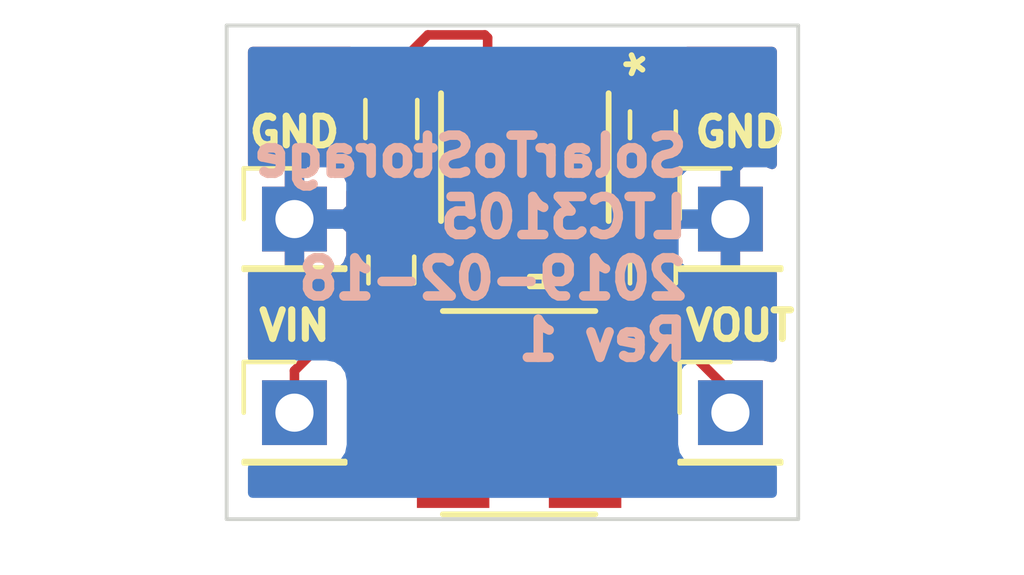
<source format=kicad_pcb>
(kicad_pcb (version 20171130) (host pcbnew "(5.0.1)-rc2")

  (general
    (thickness 1.6)
    (drawings 9)
    (tracks 43)
    (zones 0)
    (modules 10)
    (nets 7)
  )

  (page A4)
  (layers
    (0 F.Cu signal)
    (31 B.Cu signal)
    (32 B.Adhes user)
    (33 F.Adhes user)
    (34 B.Paste user)
    (35 F.Paste user)
    (36 B.SilkS user)
    (37 F.SilkS user)
    (38 B.Mask user)
    (39 F.Mask user)
    (40 Dwgs.User user)
    (41 Cmts.User user)
    (42 Eco1.User user)
    (43 Eco2.User user)
    (44 Edge.Cuts user)
    (45 Margin user)
    (46 B.CrtYd user)
    (47 F.CrtYd user)
    (48 B.Fab user)
    (49 F.Fab user)
  )

  (setup
    (last_trace_width 0.25)
    (trace_clearance 0.2)
    (zone_clearance 0.508)
    (zone_45_only no)
    (trace_min 0.2)
    (segment_width 0.2)
    (edge_width 0.1)
    (via_size 0.8)
    (via_drill 0.4)
    (via_min_size 0.4)
    (via_min_drill 0.3)
    (uvia_size 0.3)
    (uvia_drill 0.1)
    (uvias_allowed no)
    (uvia_min_size 0.2)
    (uvia_min_drill 0.1)
    (pcb_text_width 0.3)
    (pcb_text_size 1.5 1.5)
    (mod_edge_width 0.15)
    (mod_text_size 1 1)
    (mod_text_width 0.15)
    (pad_size 1.5 1.5)
    (pad_drill 0.6)
    (pad_to_mask_clearance 0)
    (solder_mask_min_width 0.25)
    (aux_axis_origin 0 0)
    (visible_elements 7FFFFFFF)
    (pcbplotparams
      (layerselection 0x010fc_ffffffff)
      (usegerberextensions false)
      (usegerberattributes false)
      (usegerberadvancedattributes false)
      (creategerberjobfile false)
      (excludeedgelayer true)
      (linewidth 0.100000)
      (plotframeref false)
      (viasonmask false)
      (mode 1)
      (useauxorigin false)
      (hpglpennumber 1)
      (hpglpenspeed 20)
      (hpglpendiameter 15.000000)
      (psnegative false)
      (psa4output false)
      (plotreference true)
      (plotvalue true)
      (plotinvisibletext false)
      (padsonsilk false)
      (subtractmaskfromsilk false)
      (outputformat 1)
      (mirror false)
      (drillshape 1)
      (scaleselection 1)
      (outputdirectory ""))
  )

  (net 0 "")
  (net 1 FBLDO_PROGRAMMING)
  (net 2 VIN)
  (net 3 VOUT)
  (net 4 AUX)
  (net 5 SW)
  (net 6 MPPC_PROGRAMMING)

  (net_class Default "This is the default net class."
    (clearance 0.2)
    (trace_width 0.25)
    (via_dia 0.8)
    (via_drill 0.4)
    (uvia_dia 0.3)
    (uvia_drill 0.1)
    (add_net AUX)
    (add_net FBLDO_PROGRAMMING)
    (add_net MPPC_PROGRAMMING)
    (add_net SW)
    (add_net VIN)
    (add_net VOUT)
  )

  (module Capacitors_SMD:C_0603_HandSoldering (layer F.Cu) (tedit 5C6B74F0) (tstamp 5C6C9A1F)
    (at 130.81 71.186 90)
    (descr "Capacitor SMD 0603, hand soldering")
    (tags "capacitor 0603")
    (path /5C69AFA8)
    (attr smd)
    (fp_text reference C2 (at 0 -1.25 90) (layer F.SilkS) hide
      (effects (font (size 1 1) (thickness 0.15)))
    )
    (fp_text value C_Small (at 0 1.5 90) (layer F.Fab)
      (effects (font (size 1 1) (thickness 0.15)))
    )
    (fp_text user %R (at 0 -1.25 90) (layer F.Fab)
      (effects (font (size 1 1) (thickness 0.15)))
    )
    (fp_line (start -0.8 0.4) (end -0.8 -0.4) (layer F.Fab) (width 0.1))
    (fp_line (start 0.8 0.4) (end -0.8 0.4) (layer F.Fab) (width 0.1))
    (fp_line (start 0.8 -0.4) (end 0.8 0.4) (layer F.Fab) (width 0.1))
    (fp_line (start -0.8 -0.4) (end 0.8 -0.4) (layer F.Fab) (width 0.1))
    (fp_line (start -0.35 -0.6) (end 0.35 -0.6) (layer F.SilkS) (width 0.12))
    (fp_line (start 0.35 0.6) (end -0.35 0.6) (layer F.SilkS) (width 0.12))
    (fp_line (start -1.8 -0.65) (end 1.8 -0.65) (layer F.CrtYd) (width 0.05))
    (fp_line (start -1.8 -0.65) (end -1.8 0.65) (layer F.CrtYd) (width 0.05))
    (fp_line (start 1.8 0.65) (end 1.8 -0.65) (layer F.CrtYd) (width 0.05))
    (fp_line (start 1.8 0.65) (end -1.8 0.65) (layer F.CrtYd) (width 0.05))
    (pad 1 smd rect (at -0.95 0 90) (size 1.2 0.75) (layers F.Cu F.Paste F.Mask)
      (net 2 VIN))
    (pad 2 smd rect (at 0.95 0 90) (size 1.2 0.75) (layers F.Cu F.Paste F.Mask)
      (net 1 FBLDO_PROGRAMMING))
    (model Capacitors_SMD.3dshapes/C_0603.wrl
      (at (xyz 0 0 0))
      (scale (xyz 1 1 1))
      (rotate (xyz 0 0 0))
    )
  )

  (module Capacitors_SMD:C_0603_HandSoldering (layer F.Cu) (tedit 5C6B74EA) (tstamp 5C6CAEA4)
    (at 137.668 71.186 90)
    (descr "Capacitor SMD 0603, hand soldering")
    (tags "capacitor 0603")
    (path /5C6A2531)
    (attr smd)
    (fp_text reference C3 (at 0 -1.25 90) (layer F.SilkS) hide
      (effects (font (size 1 1) (thickness 0.15)))
    )
    (fp_text value C_Small (at 0 1.5 90) (layer F.Fab)
      (effects (font (size 1 1) (thickness 0.15)))
    )
    (fp_line (start 1.8 0.65) (end -1.8 0.65) (layer F.CrtYd) (width 0.05))
    (fp_line (start 1.8 0.65) (end 1.8 -0.65) (layer F.CrtYd) (width 0.05))
    (fp_line (start -1.8 -0.65) (end -1.8 0.65) (layer F.CrtYd) (width 0.05))
    (fp_line (start -1.8 -0.65) (end 1.8 -0.65) (layer F.CrtYd) (width 0.05))
    (fp_line (start 0.35 0.6) (end -0.35 0.6) (layer F.SilkS) (width 0.12))
    (fp_line (start -0.35 -0.6) (end 0.35 -0.6) (layer F.SilkS) (width 0.12))
    (fp_line (start -0.8 -0.4) (end 0.8 -0.4) (layer F.Fab) (width 0.1))
    (fp_line (start 0.8 -0.4) (end 0.8 0.4) (layer F.Fab) (width 0.1))
    (fp_line (start 0.8 0.4) (end -0.8 0.4) (layer F.Fab) (width 0.1))
    (fp_line (start -0.8 0.4) (end -0.8 -0.4) (layer F.Fab) (width 0.1))
    (fp_text user %R (at 0 -1.25 90) (layer F.Fab)
      (effects (font (size 1 1) (thickness 0.15)))
    )
    (pad 2 smd rect (at 0.95 0 90) (size 1.2 0.75) (layers F.Cu F.Paste F.Mask)
      (net 1 FBLDO_PROGRAMMING))
    (pad 1 smd rect (at -0.95 0 90) (size 1.2 0.75) (layers F.Cu F.Paste F.Mask)
      (net 3 VOUT))
    (model Capacitors_SMD.3dshapes/C_0603.wrl
      (at (xyz 0 0 0))
      (scale (xyz 1 1 1))
      (rotate (xyz 0 0 0))
    )
  )

  (module Capacitors_SMD:C_0603_HandSoldering (layer F.Cu) (tedit 5C6B74E6) (tstamp 5C6C9A41)
    (at 137.668 67.376 90)
    (descr "Capacitor SMD 0603, hand soldering")
    (tags "capacitor 0603")
    (path /5C6A3CF1)
    (attr smd)
    (fp_text reference C4 (at 0 -1.25 90) (layer F.SilkS) hide
      (effects (font (size 1 1) (thickness 0.15)))
    )
    (fp_text value C_Small (at 0 1.5 90) (layer F.Fab)
      (effects (font (size 1 1) (thickness 0.15)))
    )
    (fp_text user %R (at 0 -1.25 90) (layer F.Fab)
      (effects (font (size 1 1) (thickness 0.15)))
    )
    (fp_line (start -0.8 0.4) (end -0.8 -0.4) (layer F.Fab) (width 0.1))
    (fp_line (start 0.8 0.4) (end -0.8 0.4) (layer F.Fab) (width 0.1))
    (fp_line (start 0.8 -0.4) (end 0.8 0.4) (layer F.Fab) (width 0.1))
    (fp_line (start -0.8 -0.4) (end 0.8 -0.4) (layer F.Fab) (width 0.1))
    (fp_line (start -0.35 -0.6) (end 0.35 -0.6) (layer F.SilkS) (width 0.12))
    (fp_line (start 0.35 0.6) (end -0.35 0.6) (layer F.SilkS) (width 0.12))
    (fp_line (start -1.8 -0.65) (end 1.8 -0.65) (layer F.CrtYd) (width 0.05))
    (fp_line (start -1.8 -0.65) (end -1.8 0.65) (layer F.CrtYd) (width 0.05))
    (fp_line (start 1.8 0.65) (end 1.8 -0.65) (layer F.CrtYd) (width 0.05))
    (fp_line (start 1.8 0.65) (end -1.8 0.65) (layer F.CrtYd) (width 0.05))
    (pad 1 smd rect (at -0.95 0 90) (size 1.2 0.75) (layers F.Cu F.Paste F.Mask)
      (net 4 AUX))
    (pad 2 smd rect (at 0.95 0 90) (size 1.2 0.75) (layers F.Cu F.Paste F.Mask)
      (net 1 FBLDO_PROGRAMMING))
    (model Capacitors_SMD.3dshapes/C_0603.wrl
      (at (xyz 0 0 0))
      (scale (xyz 1 1 1))
      (rotate (xyz 0 0 0))
    )
  )

  (module Socket_Strips:Socket_Strip_Straight_1x01_Pitch2.54mm (layer F.Cu) (tedit 5C6B74AA) (tstamp 5C6CA73F)
    (at 128.27 69.85)
    (descr "Through hole straight socket strip, 1x01, 2.54mm pitch, single row")
    (tags "Through hole socket strip THT 1x01 2.54mm single row")
    (path /5C6D70B7)
    (fp_text reference GND_EXTERNAL1 (at 0 -2.33) (layer F.SilkS) hide
      (effects (font (size 1 1) (thickness 0.15)))
    )
    (fp_text value Conn_01x01_Female (at 0 2.33) (layer F.Fab)
      (effects (font (size 1 1) (thickness 0.15)))
    )
    (fp_line (start -1.27 -1.27) (end -1.27 1.27) (layer F.Fab) (width 0.1))
    (fp_line (start -1.27 1.27) (end 1.27 1.27) (layer F.Fab) (width 0.1))
    (fp_line (start 1.27 1.27) (end 1.27 -1.27) (layer F.Fab) (width 0.1))
    (fp_line (start 1.27 -1.27) (end -1.27 -1.27) (layer F.Fab) (width 0.1))
    (fp_line (start -1.33 1.27) (end -1.33 1.33) (layer F.SilkS) (width 0.12))
    (fp_line (start -1.33 1.33) (end 1.33 1.33) (layer F.SilkS) (width 0.12))
    (fp_line (start 1.33 1.33) (end 1.33 1.27) (layer F.SilkS) (width 0.12))
    (fp_line (start 1.33 1.27) (end -1.33 1.27) (layer F.SilkS) (width 0.12))
    (fp_line (start -1.33 0) (end -1.33 -1.33) (layer F.SilkS) (width 0.12))
    (fp_line (start -1.33 -1.33) (end 0 -1.33) (layer F.SilkS) (width 0.12))
    (fp_line (start -1.8 -1.8) (end -1.8 1.8) (layer F.CrtYd) (width 0.05))
    (fp_line (start -1.8 1.8) (end 1.8 1.8) (layer F.CrtYd) (width 0.05))
    (fp_line (start 1.8 1.8) (end 1.8 -1.8) (layer F.CrtYd) (width 0.05))
    (fp_line (start 1.8 -1.8) (end -1.8 -1.8) (layer F.CrtYd) (width 0.05))
    (fp_text user %R (at 0 -2.33) (layer F.Fab)
      (effects (font (size 1 1) (thickness 0.15)))
    )
    (pad 1 thru_hole rect (at 0 0) (size 1.7 1.7) (drill 1) (layers *.Cu *.Mask)
      (net 1 FBLDO_PROGRAMMING))
    (model ${KISYS3DMOD}/Socket_Strips.3dshapes/Socket_Strip_Straight_1x01_Pitch2.54mm.wrl
      (at (xyz 0 0 0))
      (scale (xyz 1 1 1))
      (rotate (xyz 0 0 270))
    )
  )

  (module Socket_Strips:Socket_Strip_Straight_1x01_Pitch2.54mm (layer F.Cu) (tedit 5C6B74AE) (tstamp 5C6C9A69)
    (at 139.7 69.85)
    (descr "Through hole straight socket strip, 1x01, 2.54mm pitch, single row")
    (tags "Through hole socket strip THT 1x01 2.54mm single row")
    (path /5C6D505F)
    (fp_text reference GND_EXTERNAL2 (at 0 -2.33) (layer F.SilkS) hide
      (effects (font (size 1 1) (thickness 0.15)))
    )
    (fp_text value Conn_01x01_Female (at 0 2.33) (layer F.Fab)
      (effects (font (size 1 1) (thickness 0.15)))
    )
    (fp_text user %R (at 0 -2.33) (layer F.Fab)
      (effects (font (size 1 1) (thickness 0.15)))
    )
    (fp_line (start 1.8 -1.8) (end -1.8 -1.8) (layer F.CrtYd) (width 0.05))
    (fp_line (start 1.8 1.8) (end 1.8 -1.8) (layer F.CrtYd) (width 0.05))
    (fp_line (start -1.8 1.8) (end 1.8 1.8) (layer F.CrtYd) (width 0.05))
    (fp_line (start -1.8 -1.8) (end -1.8 1.8) (layer F.CrtYd) (width 0.05))
    (fp_line (start -1.33 -1.33) (end 0 -1.33) (layer F.SilkS) (width 0.12))
    (fp_line (start -1.33 0) (end -1.33 -1.33) (layer F.SilkS) (width 0.12))
    (fp_line (start 1.33 1.27) (end -1.33 1.27) (layer F.SilkS) (width 0.12))
    (fp_line (start 1.33 1.33) (end 1.33 1.27) (layer F.SilkS) (width 0.12))
    (fp_line (start -1.33 1.33) (end 1.33 1.33) (layer F.SilkS) (width 0.12))
    (fp_line (start -1.33 1.27) (end -1.33 1.33) (layer F.SilkS) (width 0.12))
    (fp_line (start 1.27 -1.27) (end -1.27 -1.27) (layer F.Fab) (width 0.1))
    (fp_line (start 1.27 1.27) (end 1.27 -1.27) (layer F.Fab) (width 0.1))
    (fp_line (start -1.27 1.27) (end 1.27 1.27) (layer F.Fab) (width 0.1))
    (fp_line (start -1.27 -1.27) (end -1.27 1.27) (layer F.Fab) (width 0.1))
    (pad 1 thru_hole rect (at 0 0) (size 1.7 1.7) (drill 1) (layers *.Cu *.Mask)
      (net 1 FBLDO_PROGRAMMING))
    (model ${KISYS3DMOD}/Socket_Strips.3dshapes/Socket_Strip_Straight_1x01_Pitch2.54mm.wrl
      (at (xyz 0 0 0))
      (scale (xyz 1 1 1))
      (rotate (xyz 0 0 270))
    )
  )

  (module CustomFootprintLibrary:coilcraft-MSS5131-103 (layer F.Cu) (tedit 5C6B6168) (tstamp 5C6C9A71)
    (at 134.16 74.93)
    (path /5C69E585)
    (fp_text reference L1 (at 0 3.429) (layer F.Fab)
      (effects (font (size 1 1) (thickness 0.15)))
    )
    (fp_text value L_Small (at 0 -3.302) (layer F.Fab)
      (effects (font (size 1 1) (thickness 0.15)))
    )
    (fp_line (start -2 -2.667) (end 2 -2.667) (layer F.SilkS) (width 0.15))
    (fp_line (start -2 2.667) (end 2 2.667) (layer F.SilkS) (width 0.15))
    (pad 1 smd rect (at -1.73 0) (size 1.9 5) (layers F.Cu F.Paste F.Mask)
      (net 2 VIN))
    (pad 2 smd rect (at 1.73 0) (size 1.9 5) (layers F.Cu F.Paste F.Mask)
      (net 5 SW))
  )

  (module Resistors_SMD:R_0603_HandSoldering (layer F.Cu) (tedit 5C6B74E0) (tstamp 5C6C9A82)
    (at 130.81 67.226 270)
    (descr "Resistor SMD 0603, hand soldering")
    (tags "resistor 0603")
    (path /5C63ECC8)
    (attr smd)
    (fp_text reference R3 (at 0 -1.45 270) (layer F.SilkS) hide
      (effects (font (size 1 1) (thickness 0.15)))
    )
    (fp_text value R_Small (at 0 1.55 270) (layer F.Fab)
      (effects (font (size 1 1) (thickness 0.15)))
    )
    (fp_line (start 1.95 0.7) (end -1.96 0.7) (layer F.CrtYd) (width 0.05))
    (fp_line (start 1.95 0.7) (end 1.95 -0.7) (layer F.CrtYd) (width 0.05))
    (fp_line (start -1.96 -0.7) (end -1.96 0.7) (layer F.CrtYd) (width 0.05))
    (fp_line (start -1.96 -0.7) (end 1.95 -0.7) (layer F.CrtYd) (width 0.05))
    (fp_line (start -0.5 -0.68) (end 0.5 -0.68) (layer F.SilkS) (width 0.12))
    (fp_line (start 0.5 0.68) (end -0.5 0.68) (layer F.SilkS) (width 0.12))
    (fp_line (start -0.8 -0.4) (end 0.8 -0.4) (layer F.Fab) (width 0.1))
    (fp_line (start 0.8 -0.4) (end 0.8 0.4) (layer F.Fab) (width 0.1))
    (fp_line (start 0.8 0.4) (end -0.8 0.4) (layer F.Fab) (width 0.1))
    (fp_line (start -0.8 0.4) (end -0.8 -0.4) (layer F.Fab) (width 0.1))
    (fp_text user %R (at 0 0 270) (layer F.Fab)
      (effects (font (size 0.4 0.4) (thickness 0.075)))
    )
    (pad 2 smd rect (at 1.1 0 270) (size 1.2 0.9) (layers F.Cu F.Paste F.Mask)
      (net 1 FBLDO_PROGRAMMING))
    (pad 1 smd rect (at -1.1 0 270) (size 1.2 0.9) (layers F.Cu F.Paste F.Mask)
      (net 6 MPPC_PROGRAMMING))
    (model ${KISYS3DMOD}/Resistors_SMD.3dshapes/R_0603.wrl
      (at (xyz 0 0 0))
      (scale (xyz 1 1 1))
      (rotate (xyz 0 0 0))
    )
  )

  (module CustomFootprintLibrary:LTC3105EMS-PBF (layer F.Cu) (tedit 5C6B74D6) (tstamp 5C6C9AED)
    (at 134.31012 68.2244 270)
    (tags MSOP-12_MS)
    (path /5C639012)
    (fp_text reference U1 (at 0 0 270) (layer F.SilkS) hide
      (effects (font (size 1 1) (thickness 0.15)))
    )
    (fp_text value LTC3105EMS-PBF (at 0 0 270) (layer F.SilkS) hide
      (effects (font (size 1 1) (thickness 0.15)))
    )
    (fp_text user "Copyright 2016 Accelerated Designs. All rights reserved." (at 0 0 270) (layer Cmts.User)
      (effects (font (size 0.127 0.127) (thickness 0.002)))
    )
    (fp_text user * (at -2.4384 -3.2004 270) (layer F.SilkS)
      (effects (font (size 1 1) (thickness 0.15)))
    )
    (fp_text user * (at -1.1684 -1.9939 270) (layer F.Fab)
      (effects (font (size 1 1) (thickness 0.15)))
    )
    (fp_line (start -1.5494 -1.4351) (end -1.5494 -1.8161) (layer F.Fab) (width 0.1524))
    (fp_line (start -1.5494 -1.8161) (end -2.5273 -1.8161) (layer F.Fab) (width 0.1524))
    (fp_line (start -2.5273 -1.8161) (end -2.5273 -1.4351) (layer F.Fab) (width 0.1524))
    (fp_line (start -2.5273 -1.4351) (end -1.5494 -1.4351) (layer F.Fab) (width 0.1524))
    (fp_line (start -1.5494 -0.78486) (end -1.5494 -1.16586) (layer F.Fab) (width 0.1524))
    (fp_line (start -1.5494 -1.16586) (end -2.5273 -1.16586) (layer F.Fab) (width 0.1524))
    (fp_line (start -2.5273 -1.16586) (end -2.5273 -0.78486) (layer F.Fab) (width 0.1524))
    (fp_line (start -2.5273 -0.78486) (end -1.5494 -0.78486) (layer F.Fab) (width 0.1524))
    (fp_line (start -1.5494 -0.13462) (end -1.5494 -0.51562) (layer F.Fab) (width 0.1524))
    (fp_line (start -1.5494 -0.51562) (end -2.5273 -0.51562) (layer F.Fab) (width 0.1524))
    (fp_line (start -2.5273 -0.51562) (end -2.5273 -0.13462) (layer F.Fab) (width 0.1524))
    (fp_line (start -2.5273 -0.13462) (end -1.5494 -0.13462) (layer F.Fab) (width 0.1524))
    (fp_line (start -1.5494 0.51562) (end -1.5494 0.13462) (layer F.Fab) (width 0.1524))
    (fp_line (start -1.5494 0.13462) (end -2.5273 0.13462) (layer F.Fab) (width 0.1524))
    (fp_line (start -2.5273 0.13462) (end -2.5273 0.51562) (layer F.Fab) (width 0.1524))
    (fp_line (start -2.5273 0.51562) (end -1.5494 0.51562) (layer F.Fab) (width 0.1524))
    (fp_line (start -1.5494 1.16586) (end -1.5494 0.78486) (layer F.Fab) (width 0.1524))
    (fp_line (start -1.5494 0.78486) (end -2.5273 0.78486) (layer F.Fab) (width 0.1524))
    (fp_line (start -2.5273 0.78486) (end -2.5273 1.16586) (layer F.Fab) (width 0.1524))
    (fp_line (start -2.5273 1.16586) (end -1.5494 1.16586) (layer F.Fab) (width 0.1524))
    (fp_line (start -1.5494 1.8161) (end -1.5494 1.4351) (layer F.Fab) (width 0.1524))
    (fp_line (start -1.5494 1.4351) (end -2.5273 1.4351) (layer F.Fab) (width 0.1524))
    (fp_line (start -2.5273 1.4351) (end -2.5273 1.8161) (layer F.Fab) (width 0.1524))
    (fp_line (start -2.5273 1.8161) (end -1.5494 1.8161) (layer F.Fab) (width 0.1524))
    (fp_line (start 1.5494 1.4351) (end 1.5494 1.8161) (layer F.Fab) (width 0.1524))
    (fp_line (start 1.5494 1.8161) (end 2.5273 1.8161) (layer F.Fab) (width 0.1524))
    (fp_line (start 2.5273 1.8161) (end 2.5273 1.4351) (layer F.Fab) (width 0.1524))
    (fp_line (start 2.5273 1.4351) (end 1.5494 1.4351) (layer F.Fab) (width 0.1524))
    (fp_line (start 1.5494 0.78486) (end 1.5494 1.16586) (layer F.Fab) (width 0.1524))
    (fp_line (start 1.5494 1.16586) (end 2.5273 1.16586) (layer F.Fab) (width 0.1524))
    (fp_line (start 2.5273 1.16586) (end 2.5273 0.78486) (layer F.Fab) (width 0.1524))
    (fp_line (start 2.5273 0.78486) (end 1.5494 0.78486) (layer F.Fab) (width 0.1524))
    (fp_line (start 1.5494 0.13462) (end 1.5494 0.51562) (layer F.Fab) (width 0.1524))
    (fp_line (start 1.5494 0.51562) (end 2.5273 0.51562) (layer F.Fab) (width 0.1524))
    (fp_line (start 2.5273 0.51562) (end 2.5273 0.13462) (layer F.Fab) (width 0.1524))
    (fp_line (start 2.5273 0.13462) (end 1.5494 0.13462) (layer F.Fab) (width 0.1524))
    (fp_line (start 1.5494 -0.51562) (end 1.5494 -0.13462) (layer F.Fab) (width 0.1524))
    (fp_line (start 1.5494 -0.13462) (end 2.5273 -0.13462) (layer F.Fab) (width 0.1524))
    (fp_line (start 2.5273 -0.13462) (end 2.5273 -0.51562) (layer F.Fab) (width 0.1524))
    (fp_line (start 2.5273 -0.51562) (end 1.5494 -0.51562) (layer F.Fab) (width 0.1524))
    (fp_line (start 1.5494 -1.16586) (end 1.5494 -0.78486) (layer F.Fab) (width 0.1524))
    (fp_line (start 1.5494 -0.78486) (end 2.5273 -0.78486) (layer F.Fab) (width 0.1524))
    (fp_line (start 2.5273 -0.78486) (end 2.5273 -1.16586) (layer F.Fab) (width 0.1524))
    (fp_line (start 2.5273 -1.16586) (end 1.5494 -1.16586) (layer F.Fab) (width 0.1524))
    (fp_line (start 1.5494 -1.8161) (end 1.5494 -1.4351) (layer F.Fab) (width 0.1524))
    (fp_line (start 1.5494 -1.4351) (end 2.5273 -1.4351) (layer F.Fab) (width 0.1524))
    (fp_line (start 2.5273 -1.4351) (end 2.5273 -1.8161) (layer F.Fab) (width 0.1524))
    (fp_line (start 2.5273 -1.8161) (end 1.5494 -1.8161) (layer F.Fab) (width 0.1524))
    (fp_line (start -1.6764 2.1971) (end 1.6764 2.1971) (layer F.SilkS) (width 0.1524))
    (fp_line (start 1.6764 -2.1971) (end -1.6764 -2.1971) (layer F.SilkS) (width 0.1524))
    (fp_line (start -1.5494 2.0701) (end 1.5494 2.0701) (layer F.Fab) (width 0.1524))
    (fp_line (start 1.5494 2.0701) (end 1.5494 -2.0701) (layer F.Fab) (width 0.1524))
    (fp_line (start 1.5494 -2.0701) (end -1.5494 -2.0701) (layer F.Fab) (width 0.1524))
    (fp_line (start -1.5494 -2.0701) (end -1.5494 2.0701) (layer F.Fab) (width 0.1524))
    (fp_line (start 3.3909 -0.51562) (end 3.3909 -0.13462) (layer F.SilkS) (width 0.1524))
    (fp_line (start 3.3909 -0.13462) (end 3.1369 -0.13462) (layer F.SilkS) (width 0.1524))
    (fp_line (start 3.1369 -0.13462) (end 3.1369 -0.51562) (layer F.SilkS) (width 0.1524))
    (fp_line (start 3.1369 -0.51562) (end 3.3909 -0.51562) (layer F.SilkS) (width 0.1524))
    (fp_line (start -3.1369 2.0955) (end -3.1369 -2.0955) (layer F.CrtYd) (width 0.1524))
    (fp_line (start -3.1369 -2.0955) (end -1.8034 -2.0955) (layer F.CrtYd) (width 0.1524))
    (fp_line (start -1.8034 -2.0955) (end -1.8034 -2.3241) (layer F.CrtYd) (width 0.1524))
    (fp_line (start -1.8034 -2.3241) (end 1.8034 -2.3241) (layer F.CrtYd) (width 0.1524))
    (fp_line (start 1.8034 -2.3241) (end 1.8034 -2.0955) (layer F.CrtYd) (width 0.1524))
    (fp_line (start 1.8034 -2.0955) (end 3.1369 -2.0955) (layer F.CrtYd) (width 0.1524))
    (fp_line (start 3.1369 -2.0955) (end 3.1369 2.0955) (layer F.CrtYd) (width 0.1524))
    (fp_line (start 3.1369 2.0955) (end 1.8034 2.0955) (layer F.CrtYd) (width 0.1524))
    (fp_line (start 1.8034 2.0955) (end 1.8034 2.3241) (layer F.CrtYd) (width 0.1524))
    (fp_line (start 1.8034 2.3241) (end -1.8034 2.3241) (layer F.CrtYd) (width 0.1524))
    (fp_line (start -1.8034 2.3241) (end -1.8034 2.0955) (layer F.CrtYd) (width 0.1524))
    (fp_line (start -1.8034 2.0955) (end -3.1369 2.0955) (layer F.CrtYd) (width 0.1524))
    (fp_arc (start 0 -2.0701) (end 0.3048 -2.0701) (angle 180) (layer F.Fab) (width 0.1524))
    (pad 1 smd rect (at -2.1844 -1.6256 270) (size 1.397 0.4318) (layers F.Cu F.Paste F.Mask)
      (net 1 FBLDO_PROGRAMMING))
    (pad 2 smd rect (at -2.1844 -0.97536 270) (size 1.397 0.4318) (layers F.Cu F.Paste F.Mask))
    (pad 3 smd rect (at -2.1844 -0.32512 270) (size 1.397 0.4318) (layers F.Cu F.Paste F.Mask)
      (net 1 FBLDO_PROGRAMMING))
    (pad 4 smd rect (at -2.1844 0.32512 270) (size 1.397 0.4318) (layers F.Cu F.Paste F.Mask))
    (pad 5 smd rect (at -2.1844 0.97536 270) (size 1.397 0.4318) (layers F.Cu F.Paste F.Mask)
      (net 6 MPPC_PROGRAMMING))
    (pad 6 smd rect (at -2.1844 1.6256 270) (size 1.397 0.4318) (layers F.Cu F.Paste F.Mask)
      (net 1 FBLDO_PROGRAMMING))
    (pad 7 smd rect (at 2.1844 1.6256 270) (size 1.397 0.4318) (layers F.Cu F.Paste F.Mask)
      (net 1 FBLDO_PROGRAMMING))
    (pad 8 smd rect (at 2.1844 0.97536 270) (size 1.397 0.4318) (layers F.Cu F.Paste F.Mask)
      (net 2 VIN))
    (pad 9 smd rect (at 2.1844 0.32512 270) (size 1.397 0.4318) (layers F.Cu F.Paste F.Mask)
      (net 5 SW))
    (pad 10 smd rect (at 2.1844 -0.32512 270) (size 1.397 0.4318) (layers F.Cu F.Paste F.Mask))
    (pad 11 smd rect (at 2.1844 -0.97536 270) (size 1.397 0.4318) (layers F.Cu F.Paste F.Mask)
      (net 3 VOUT))
    (pad 12 smd rect (at 2.1844 -1.6256 270) (size 1.397 0.4318) (layers F.Cu F.Paste F.Mask)
      (net 4 AUX))
  )

  (module Socket_Strips:Socket_Strip_Straight_1x01_Pitch2.54mm (layer F.Cu) (tedit 5C6B74B3) (tstamp 5C6CA7C6)
    (at 128.27 74.93)
    (descr "Through hole straight socket strip, 1x01, 2.54mm pitch, single row")
    (tags "Through hole socket strip THT 1x01 2.54mm single row")
    (path /5C6D3F81)
    (fp_text reference VIN_EXTERNAL2 (at 0 -2.33) (layer F.SilkS) hide
      (effects (font (size 1 1) (thickness 0.15)))
    )
    (fp_text value Conn_01x01_Female (at 0 2.33) (layer F.Fab)
      (effects (font (size 1 1) (thickness 0.15)))
    )
    (fp_line (start -1.27 -1.27) (end -1.27 1.27) (layer F.Fab) (width 0.1))
    (fp_line (start -1.27 1.27) (end 1.27 1.27) (layer F.Fab) (width 0.1))
    (fp_line (start 1.27 1.27) (end 1.27 -1.27) (layer F.Fab) (width 0.1))
    (fp_line (start 1.27 -1.27) (end -1.27 -1.27) (layer F.Fab) (width 0.1))
    (fp_line (start -1.33 1.27) (end -1.33 1.33) (layer F.SilkS) (width 0.12))
    (fp_line (start -1.33 1.33) (end 1.33 1.33) (layer F.SilkS) (width 0.12))
    (fp_line (start 1.33 1.33) (end 1.33 1.27) (layer F.SilkS) (width 0.12))
    (fp_line (start 1.33 1.27) (end -1.33 1.27) (layer F.SilkS) (width 0.12))
    (fp_line (start -1.33 0) (end -1.33 -1.33) (layer F.SilkS) (width 0.12))
    (fp_line (start -1.33 -1.33) (end 0 -1.33) (layer F.SilkS) (width 0.12))
    (fp_line (start -1.8 -1.8) (end -1.8 1.8) (layer F.CrtYd) (width 0.05))
    (fp_line (start -1.8 1.8) (end 1.8 1.8) (layer F.CrtYd) (width 0.05))
    (fp_line (start 1.8 1.8) (end 1.8 -1.8) (layer F.CrtYd) (width 0.05))
    (fp_line (start 1.8 -1.8) (end -1.8 -1.8) (layer F.CrtYd) (width 0.05))
    (fp_text user %R (at 0 -2.33) (layer F.Fab)
      (effects (font (size 1 1) (thickness 0.15)))
    )
    (pad 1 thru_hole rect (at 0 0) (size 1.7 1.7) (drill 1) (layers *.Cu *.Mask)
      (net 2 VIN))
    (model ${KISYS3DMOD}/Socket_Strips.3dshapes/Socket_Strip_Straight_1x01_Pitch2.54mm.wrl
      (at (xyz 0 0 0))
      (scale (xyz 1 1 1))
      (rotate (xyz 0 0 270))
    )
  )

  (module Socket_Strips:Socket_Strip_Straight_1x01_Pitch2.54mm (layer F.Cu) (tedit 5C6B74CE) (tstamp 5C6C9B15)
    (at 139.7 74.93)
    (descr "Through hole straight socket strip, 1x01, 2.54mm pitch, single row")
    (tags "Through hole socket strip THT 1x01 2.54mm single row")
    (path /5C6D2FED)
    (fp_text reference VOUT_EXTERNAL1 (at 0 -2.33) (layer F.SilkS) hide
      (effects (font (size 1 1) (thickness 0.15)))
    )
    (fp_text value Conn_01x01_Female (at 0 2.33) (layer F.Fab)
      (effects (font (size 1 1) (thickness 0.15)))
    )
    (fp_text user %R (at 0 -2.33) (layer F.Fab)
      (effects (font (size 1 1) (thickness 0.15)))
    )
    (fp_line (start 1.8 -1.8) (end -1.8 -1.8) (layer F.CrtYd) (width 0.05))
    (fp_line (start 1.8 1.8) (end 1.8 -1.8) (layer F.CrtYd) (width 0.05))
    (fp_line (start -1.8 1.8) (end 1.8 1.8) (layer F.CrtYd) (width 0.05))
    (fp_line (start -1.8 -1.8) (end -1.8 1.8) (layer F.CrtYd) (width 0.05))
    (fp_line (start -1.33 -1.33) (end 0 -1.33) (layer F.SilkS) (width 0.12))
    (fp_line (start -1.33 0) (end -1.33 -1.33) (layer F.SilkS) (width 0.12))
    (fp_line (start 1.33 1.27) (end -1.33 1.27) (layer F.SilkS) (width 0.12))
    (fp_line (start 1.33 1.33) (end 1.33 1.27) (layer F.SilkS) (width 0.12))
    (fp_line (start -1.33 1.33) (end 1.33 1.33) (layer F.SilkS) (width 0.12))
    (fp_line (start -1.33 1.27) (end -1.33 1.33) (layer F.SilkS) (width 0.12))
    (fp_line (start 1.27 -1.27) (end -1.27 -1.27) (layer F.Fab) (width 0.1))
    (fp_line (start 1.27 1.27) (end 1.27 -1.27) (layer F.Fab) (width 0.1))
    (fp_line (start -1.27 1.27) (end 1.27 1.27) (layer F.Fab) (width 0.1))
    (fp_line (start -1.27 -1.27) (end -1.27 1.27) (layer F.Fab) (width 0.1))
    (pad 1 thru_hole rect (at 0 0) (size 1.7 1.7) (drill 1) (layers *.Cu *.Mask)
      (net 3 VOUT))
    (model ${KISYS3DMOD}/Socket_Strips.3dshapes/Socket_Strip_Straight_1x01_Pitch2.54mm.wrl
      (at (xyz 0 0 0))
      (scale (xyz 1 1 1))
      (rotate (xyz 0 0 270))
    )
  )

  (gr_text "SolarToStorage\nLTC3105\n2019-02-18\nRev 1" (at 138.684 70.612) (layer B.SilkS)
    (effects (font (size 1 1) (thickness 0.25)) (justify left mirror))
  )
  (gr_line (start 141.478 77.724) (end 141.478 64.77) (layer Edge.Cuts) (width 0.1))
  (gr_line (start 126.492 77.724) (end 141.478 77.724) (layer Edge.Cuts) (width 0.1))
  (gr_line (start 126.492 64.77) (end 126.492 77.724) (layer Edge.Cuts) (width 0.1))
  (gr_line (start 141.478 64.77) (end 126.492 64.77) (layer Edge.Cuts) (width 0.1))
  (gr_text VIN (at 128.27 72.644) (layer F.SilkS) (tstamp 5C6CAEEE)
    (effects (font (size 0.75 0.75) (thickness 0.1875)))
  )
  (gr_text GND (at 128.27 67.564) (layer F.SilkS) (tstamp 5C6CAEE6)
    (effects (font (size 0.75 0.75) (thickness 0.1875)))
  )
  (gr_text VOUT (at 139.954 72.644) (layer F.SilkS) (tstamp 5C6CAEDA)
    (effects (font (size 0.75 0.75) (thickness 0.1875)))
  )
  (gr_text GND (at 139.954 67.564) (layer F.SilkS) (tstamp 5C6CADFB)
    (effects (font (size 0.75 0.75) (thickness 0.1875)))
  )

  (segment (start 136.32172 66.426) (end 135.93572 66.04) (width 0.25) (layer F.Cu) (net 1))
  (segment (start 137.668 66.426) (end 136.32172 66.426) (width 0.25) (layer F.Cu) (net 1))
  (segment (start 134.63524 66.9885) (end 134.63524 66.04) (width 0.25) (layer F.Cu) (net 1))
  (segment (start 134.710241 67.063501) (end 134.63524 66.9885) (width 0.25) (layer F.Cu) (net 1))
  (segment (start 135.860719 67.063501) (end 134.710241 67.063501) (width 0.25) (layer F.Cu) (net 1))
  (segment (start 135.93572 66.9885) (end 135.860719 67.063501) (width 0.25) (layer F.Cu) (net 1))
  (segment (start 135.93572 66.04) (end 135.93572 66.9885) (width 0.25) (layer F.Cu) (net 1))
  (segment (start 138.054 69.85) (end 137.668 70.236) (width 0.25) (layer F.Cu) (net 1))
  (segment (start 139.7 69.85) (end 138.054 69.85) (width 0.25) (layer F.Cu) (net 1))
  (segment (start 130.88112 68.326) (end 130.81 68.326) (width 0.25) (layer F.Cu) (net 1))
  (segment (start 132.68452 66.5226) (end 130.88112 68.326) (width 0.25) (layer F.Cu) (net 1))
  (segment (start 132.68452 66.04) (end 132.68452 66.5226) (width 0.25) (layer F.Cu) (net 1))
  (segment (start 130.185 72.136) (end 130.81 72.136) (width 0.25) (layer F.Cu) (net 2))
  (segment (start 129.964 72.136) (end 130.185 72.136) (width 0.25) (layer F.Cu) (net 2))
  (segment (start 128.27 73.83) (end 129.964 72.136) (width 0.25) (layer F.Cu) (net 2))
  (segment (start 128.27 74.93) (end 128.27 73.83) (width 0.25) (layer F.Cu) (net 2))
  (segment (start 131.23 74.93) (end 132.43 74.93) (width 0.25) (layer F.Cu) (net 2))
  (segment (start 130.81 74.51) (end 131.23 74.93) (width 0.25) (layer F.Cu) (net 2))
  (segment (start 130.81 72.136) (end 130.81 74.51) (width 0.25) (layer F.Cu) (net 2))
  (segment (start 133.33476 71.27524) (end 133.33476 70.4088) (width 0.25) (layer F.Cu) (net 2))
  (segment (start 132.43 72.18) (end 133.33476 71.27524) (width 0.25) (layer F.Cu) (net 2))
  (segment (start 132.43 74.93) (end 132.43 72.18) (width 0.25) (layer F.Cu) (net 2))
  (segment (start 137.043 72.136) (end 137.668 72.136) (width 0.25) (layer F.Cu) (net 3))
  (segment (start 137.011999 72.104999) (end 137.043 72.136) (width 0.25) (layer F.Cu) (net 3))
  (segment (start 136.033179 72.104999) (end 137.011999 72.104999) (width 0.25) (layer F.Cu) (net 3))
  (segment (start 135.28548 71.3573) (end 136.033179 72.104999) (width 0.25) (layer F.Cu) (net 3))
  (segment (start 135.28548 70.4088) (end 135.28548 71.3573) (width 0.25) (layer F.Cu) (net 3))
  (segment (start 139.7 74.393) (end 139.7 74.93) (width 0.25) (layer F.Cu) (net 3))
  (segment (start 137.668 72.361) (end 139.7 74.393) (width 0.25) (layer F.Cu) (net 3))
  (segment (start 137.668 72.136) (end 137.668 72.361) (width 0.25) (layer F.Cu) (net 3))
  (segment (start 135.93572 69.4603) (end 135.93572 70.4088) (width 0.25) (layer F.Cu) (net 4))
  (segment (start 135.93572 69.43328) (end 135.93572 69.4603) (width 0.25) (layer F.Cu) (net 4))
  (segment (start 137.043 68.326) (end 135.93572 69.43328) (width 0.25) (layer F.Cu) (net 4))
  (segment (start 137.668 68.326) (end 137.043 68.326) (width 0.25) (layer F.Cu) (net 4))
  (segment (start 133.985 71.3573) (end 133.985 70.4088) (width 0.25) (layer F.Cu) (net 5))
  (segment (start 133.985 74.225) (end 133.985 71.3573) (width 0.25) (layer F.Cu) (net 5))
  (segment (start 134.69 74.93) (end 133.985 74.225) (width 0.25) (layer F.Cu) (net 5))
  (segment (start 135.89 74.93) (end 134.69 74.93) (width 0.25) (layer F.Cu) (net 5))
  (segment (start 133.33476 65.0915) (end 133.33476 66.04) (width 0.25) (layer F.Cu) (net 6))
  (segment (start 133.259759 65.016499) (end 133.33476 65.0915) (width 0.25) (layer F.Cu) (net 6))
  (segment (start 131.769501 65.016499) (end 133.259759 65.016499) (width 0.25) (layer F.Cu) (net 6))
  (segment (start 130.81 65.976) (end 131.769501 65.016499) (width 0.25) (layer F.Cu) (net 6))
  (segment (start 130.81 66.126) (end 130.81 65.976) (width 0.25) (layer F.Cu) (net 6))

  (zone (net 1) (net_name FBLDO_PROGRAMMING) (layer F.Cu) (tstamp 5C6CAF28) (hatch edge 0.508)
    (connect_pads (clearance 0.508))
    (min_thickness 0.254)
    (fill yes (arc_segments 16) (thermal_gap 0.508) (thermal_bridge_width 0.508))
    (polygon
      (pts
        (xy 126.492 64.77) (xy 141.478 64.77) (xy 141.478 77.724) (xy 126.492 77.724)
      )
    )
    (filled_polygon
      (pts
        (xy 140.793001 68.413335) (xy 140.676309 68.365) (xy 139.98575 68.365) (xy 139.827 68.52375) (xy 139.827 69.723)
        (xy 139.847 69.723) (xy 139.847 69.977) (xy 139.827 69.977) (xy 139.827 71.17625) (xy 139.98575 71.335)
        (xy 140.676309 71.335) (xy 140.793 71.286665) (xy 140.793 73.480895) (xy 140.55 73.43256) (xy 139.814362 73.43256)
        (xy 138.69044 72.308639) (xy 138.69044 71.536) (xy 138.643884 71.301943) (xy 138.723691 71.335) (xy 139.41425 71.335)
        (xy 139.573 71.17625) (xy 139.573 69.977) (xy 139.553 69.977) (xy 139.553 69.723) (xy 139.573 69.723)
        (xy 139.573 68.52375) (xy 139.41425 68.365) (xy 138.723691 68.365) (xy 138.69044 68.378773) (xy 138.69044 67.726)
        (xy 138.641157 67.478235) (xy 138.580127 67.386898) (xy 138.581327 67.385698) (xy 138.678 67.152309) (xy 138.678 66.71175)
        (xy 138.51925 66.553) (xy 137.795 66.553) (xy 137.795 66.573) (xy 137.541 66.573) (xy 137.541 66.553)
        (xy 137.521 66.553) (xy 137.521 66.299) (xy 137.541 66.299) (xy 137.541 66.279) (xy 137.795 66.279)
        (xy 137.795 66.299) (xy 138.51925 66.299) (xy 138.678 66.14025) (xy 138.678 65.699691) (xy 138.581327 65.466302)
        (xy 138.570025 65.455) (xy 140.793001 65.455)
      )
    )
    (filled_polygon
      (pts
        (xy 129.71256 65.526) (xy 129.71256 66.726) (xy 129.761843 66.973765) (xy 129.902191 67.183809) (xy 129.96332 67.224654)
        (xy 129.821673 67.366302) (xy 129.725 67.599691) (xy 129.725 68.04025) (xy 129.88375 68.199) (xy 130.683 68.199)
        (xy 130.683 68.179) (xy 130.937 68.179) (xy 130.937 68.199) (xy 131.73625 68.199) (xy 131.895 68.04025)
        (xy 131.895 67.599691) (xy 131.798327 67.366302) (xy 131.65668 67.224654) (xy 131.717809 67.183809) (xy 131.858157 66.973765)
        (xy 131.864838 66.940176) (xy 131.930293 67.098198) (xy 132.108921 67.276827) (xy 132.34231 67.3735) (xy 132.41782 67.3735)
        (xy 132.57657 67.21475) (xy 132.57657 67.069875) (xy 132.661051 67.196309) (xy 132.871095 67.336657) (xy 132.925124 67.347404)
        (xy 132.95122 67.3735) (xy 133.02673 67.3735) (xy 133.036329 67.369524) (xy 133.11886 67.38594) (xy 133.55066 67.38594)
        (xy 133.65988 67.364215) (xy 133.7691 67.38594) (xy 134.2009 67.38594) (xy 134.283431 67.369524) (xy 134.29303 67.3735)
        (xy 134.36854 67.3735) (xy 134.394636 67.347404) (xy 134.448665 67.336657) (xy 134.63524 67.211991) (xy 134.821815 67.336657)
        (xy 134.875844 67.347404) (xy 134.90194 67.3735) (xy 134.97745 67.3735) (xy 134.987049 67.369524) (xy 135.06958 67.38594)
        (xy 135.50138 67.38594) (xy 135.583911 67.369524) (xy 135.59351 67.3735) (xy 135.66902 67.3735) (xy 135.695116 67.347404)
        (xy 135.749145 67.336657) (xy 135.959189 67.196309) (xy 136.04367 67.069875) (xy 136.04367 67.21475) (xy 136.20242 67.3735)
        (xy 136.27793 67.3735) (xy 136.511319 67.276827) (xy 136.658 67.130145) (xy 136.658 67.152309) (xy 136.754673 67.385698)
        (xy 136.755873 67.386898) (xy 136.694843 67.478235) (xy 136.656682 67.670086) (xy 136.558526 67.735671) (xy 136.558524 67.735673)
        (xy 136.495071 67.778071) (xy 136.452673 67.841525) (xy 135.451249 68.842949) (xy 135.387791 68.885351) (xy 135.269184 69.06286)
        (xy 135.06958 69.06286) (xy 134.96036 69.084585) (xy 134.85114 69.06286) (xy 134.41934 69.06286) (xy 134.31012 69.084585)
        (xy 134.2009 69.06286) (xy 133.7691 69.06286) (xy 133.65988 69.084585) (xy 133.55066 69.06286) (xy 133.11886 69.06286)
        (xy 133.036329 69.079276) (xy 133.02673 69.0753) (xy 132.95122 69.0753) (xy 132.925124 69.101396) (xy 132.871095 69.112143)
        (xy 132.661051 69.252491) (xy 132.57657 69.378925) (xy 132.57657 69.23405) (xy 132.41782 69.0753) (xy 132.34231 69.0753)
        (xy 132.108921 69.171973) (xy 131.930293 69.350602) (xy 131.83362 69.583991) (xy 131.83362 70.12305) (xy 131.99237 70.2818)
        (xy 132.47142 70.2818) (xy 132.47142 70.5358) (xy 131.99237 70.5358) (xy 131.83362 70.69455) (xy 131.83362 71.233609)
        (xy 131.930293 71.466998) (xy 131.999247 71.535952) (xy 131.945528 71.589671) (xy 131.882072 71.632071) (xy 131.839672 71.695527)
        (xy 131.839671 71.695528) (xy 131.83244 71.70635) (xy 131.83244 71.536) (xy 131.783157 71.288235) (xy 131.722127 71.196898)
        (xy 131.723327 71.195698) (xy 131.82 70.962309) (xy 131.82 70.52175) (xy 131.66125 70.363) (xy 130.937 70.363)
        (xy 130.937 70.383) (xy 130.683 70.383) (xy 130.683 70.363) (xy 129.95875 70.363) (xy 129.8 70.52175)
        (xy 129.8 70.962309) (xy 129.896673 71.195698) (xy 129.897873 71.196898) (xy 129.836843 71.288235) (xy 129.816512 71.390448)
        (xy 129.715605 71.41052) (xy 129.667462 71.420096) (xy 129.525923 71.51467) (xy 129.416071 71.588071) (xy 129.373671 71.651527)
        (xy 127.785528 73.239671) (xy 127.722072 73.282071) (xy 127.679672 73.345527) (xy 127.679671 73.345528) (xy 127.621518 73.43256)
        (xy 127.42 73.43256) (xy 127.177 73.480895) (xy 127.177 71.286665) (xy 127.293691 71.335) (xy 127.98425 71.335)
        (xy 128.143 71.17625) (xy 128.143 69.977) (xy 128.397 69.977) (xy 128.397 71.17625) (xy 128.55575 71.335)
        (xy 129.246309 71.335) (xy 129.479698 71.238327) (xy 129.658327 71.059699) (xy 129.755 70.82631) (xy 129.755 70.13575)
        (xy 129.59625 69.977) (xy 128.397 69.977) (xy 128.143 69.977) (xy 128.123 69.977) (xy 128.123 69.723)
        (xy 128.143 69.723) (xy 128.143 68.52375) (xy 128.397 68.52375) (xy 128.397 69.723) (xy 129.59625 69.723)
        (xy 129.755 69.56425) (xy 129.755 69.124735) (xy 129.821673 69.285698) (xy 129.871954 69.335979) (xy 129.8 69.509691)
        (xy 129.8 69.95025) (xy 129.95875 70.109) (xy 130.683 70.109) (xy 130.683 68.453) (xy 130.937 68.453)
        (xy 130.937 70.109) (xy 131.66125 70.109) (xy 131.82 69.95025) (xy 131.82 69.509691) (xy 131.748046 69.335979)
        (xy 131.798327 69.285698) (xy 131.895 69.052309) (xy 131.895 68.61175) (xy 131.73625 68.453) (xy 130.937 68.453)
        (xy 130.683 68.453) (xy 129.88375 68.453) (xy 129.725 68.61175) (xy 129.725 68.801264) (xy 129.658327 68.640301)
        (xy 129.479698 68.461673) (xy 129.246309 68.365) (xy 128.55575 68.365) (xy 128.397 68.52375) (xy 128.143 68.52375)
        (xy 127.98425 68.365) (xy 127.293691 68.365) (xy 127.177 68.413335) (xy 127.177 65.455) (xy 129.726683 65.455)
      )
    )
    (filled_polygon
      (pts
        (xy 137.795 70.109) (xy 137.815 70.109) (xy 137.815 70.363) (xy 137.795 70.363) (xy 137.795 70.383)
        (xy 137.541 70.383) (xy 137.541 70.363) (xy 137.521 70.363) (xy 137.521 70.109) (xy 137.541 70.109)
        (xy 137.541 70.089) (xy 137.795 70.089)
      )
    )
  )
  (zone (net 1) (net_name FBLDO_PROGRAMMING) (layer B.Cu) (tstamp 5C6CAF25) (hatch edge 0.508)
    (connect_pads (clearance 0.508))
    (min_thickness 0.254)
    (fill yes (arc_segments 16) (thermal_gap 0.508) (thermal_bridge_width 0.508))
    (polygon
      (pts
        (xy 126.492 64.77) (xy 141.478 64.77) (xy 141.478 77.724) (xy 126.492 77.724)
      )
    )
    (filled_polygon
      (pts
        (xy 140.793001 68.413335) (xy 140.676309 68.365) (xy 139.98575 68.365) (xy 139.827 68.52375) (xy 139.827 69.723)
        (xy 139.847 69.723) (xy 139.847 69.977) (xy 139.827 69.977) (xy 139.827 71.17625) (xy 139.98575 71.335)
        (xy 140.676309 71.335) (xy 140.793 71.286665) (xy 140.793 73.480895) (xy 140.55 73.43256) (xy 138.85 73.43256)
        (xy 138.602235 73.481843) (xy 138.392191 73.622191) (xy 138.251843 73.832235) (xy 138.20256 74.08) (xy 138.20256 75.78)
        (xy 138.251843 76.027765) (xy 138.392191 76.237809) (xy 138.602235 76.378157) (xy 138.85 76.42744) (xy 140.55 76.42744)
        (xy 140.793 76.379105) (xy 140.793 77.039) (xy 127.177 77.039) (xy 127.177 76.379105) (xy 127.42 76.42744)
        (xy 129.12 76.42744) (xy 129.367765 76.378157) (xy 129.577809 76.237809) (xy 129.718157 76.027765) (xy 129.76744 75.78)
        (xy 129.76744 74.08) (xy 129.718157 73.832235) (xy 129.577809 73.622191) (xy 129.367765 73.481843) (xy 129.12 73.43256)
        (xy 127.42 73.43256) (xy 127.177 73.480895) (xy 127.177 71.286665) (xy 127.293691 71.335) (xy 127.98425 71.335)
        (xy 128.143 71.17625) (xy 128.143 69.977) (xy 128.397 69.977) (xy 128.397 71.17625) (xy 128.55575 71.335)
        (xy 129.246309 71.335) (xy 129.479698 71.238327) (xy 129.658327 71.059699) (xy 129.755 70.82631) (xy 129.755 70.13575)
        (xy 138.215 70.13575) (xy 138.215 70.82631) (xy 138.311673 71.059699) (xy 138.490302 71.238327) (xy 138.723691 71.335)
        (xy 139.41425 71.335) (xy 139.573 71.17625) (xy 139.573 69.977) (xy 138.37375 69.977) (xy 138.215 70.13575)
        (xy 129.755 70.13575) (xy 129.59625 69.977) (xy 128.397 69.977) (xy 128.143 69.977) (xy 128.123 69.977)
        (xy 128.123 69.723) (xy 128.143 69.723) (xy 128.143 68.52375) (xy 128.397 68.52375) (xy 128.397 69.723)
        (xy 129.59625 69.723) (xy 129.755 69.56425) (xy 129.755 68.87369) (xy 138.215 68.87369) (xy 138.215 69.56425)
        (xy 138.37375 69.723) (xy 139.573 69.723) (xy 139.573 68.52375) (xy 139.41425 68.365) (xy 138.723691 68.365)
        (xy 138.490302 68.461673) (xy 138.311673 68.640301) (xy 138.215 68.87369) (xy 129.755 68.87369) (xy 129.658327 68.640301)
        (xy 129.479698 68.461673) (xy 129.246309 68.365) (xy 128.55575 68.365) (xy 128.397 68.52375) (xy 128.143 68.52375)
        (xy 127.98425 68.365) (xy 127.293691 68.365) (xy 127.177 68.413335) (xy 127.177 65.455) (xy 140.793001 65.455)
      )
    )
  )
)

</source>
